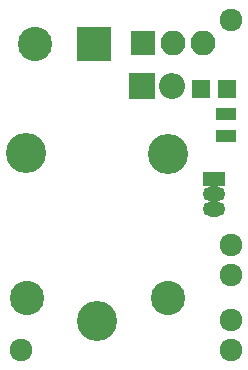
<source format=gts>
G04 #@! TF.FileFunction,Soldermask,Top*
%FSLAX46Y46*%
G04 Gerber Fmt 4.6, Leading zero omitted, Abs format (unit mm)*
G04 Created by KiCad (PCBNEW 4.0.6+dfsg1-1) date Mon Feb 26 15:54:24 2018*
%MOMM*%
%LPD*%
G01*
G04 APERTURE LIST*
%ADD10C,0.100000*%
%ADD11C,1.924000*%
%ADD12R,2.200000X2.200000*%
%ADD13O,2.200000X2.200000*%
%ADD14R,2.100000X2.100000*%
%ADD15O,2.100000X2.100000*%
%ADD16R,2.900000X2.900000*%
%ADD17C,2.900000*%
%ADD18C,3.400000*%
%ADD19O,1.901140X1.299160*%
%ADD20R,1.901140X1.299160*%
%ADD21R,1.600000X1.600000*%
%ADD22R,1.700000X1.100000*%
G04 APERTURE END LIST*
D10*
D11*
X19121120Y1346200D03*
X19121120Y3886200D03*
X19121120Y7696200D03*
X19121120Y10236200D03*
X1341120Y1346200D03*
X19121120Y29286200D03*
D12*
X11628120Y23698200D03*
D13*
X14168120Y23698200D03*
D14*
X11691620Y27317700D03*
D15*
X14231620Y27317700D03*
X16771620Y27317700D03*
D16*
X7564120Y27254200D03*
D17*
X2564120Y27254200D03*
X13817320Y5734600D03*
D18*
X13817320Y17934600D03*
X1767320Y17984600D03*
D17*
X1817320Y5734600D03*
D18*
X7767320Y3784600D03*
D19*
X17724120Y14554200D03*
X17724120Y13284200D03*
D20*
X17724120Y15824200D03*
D21*
X18824120Y23444200D03*
X16624120Y23444200D03*
D22*
X18740120Y19446200D03*
X18740120Y21346200D03*
M02*

</source>
